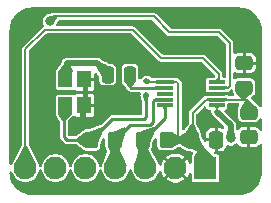
<source format=gbr>
%TF.GenerationSoftware,KiCad,Pcbnew,9.0.3*%
%TF.CreationDate,2025-07-23T07:55:48+05:30*%
%TF.ProjectId,Adafruit Si5351A,41646166-7275-4697-9420-536935333531,rev?*%
%TF.SameCoordinates,Original*%
%TF.FileFunction,Copper,L1,Top*%
%TF.FilePolarity,Positive*%
%FSLAX46Y46*%
G04 Gerber Fmt 4.6, Leading zero omitted, Abs format (unit mm)*
G04 Created by KiCad (PCBNEW 9.0.3) date 2025-07-23 07:55:48*
%MOMM*%
%LPD*%
G01*
G04 APERTURE LIST*
G04 Aperture macros list*
%AMRoundRect*
0 Rectangle with rounded corners*
0 $1 Rounding radius*
0 $2 $3 $4 $5 $6 $7 $8 $9 X,Y pos of 4 corners*
0 Add a 4 corners polygon primitive as box body*
4,1,4,$2,$3,$4,$5,$6,$7,$8,$9,$2,$3,0*
0 Add four circle primitives for the rounded corners*
1,1,$1+$1,$2,$3*
1,1,$1+$1,$4,$5*
1,1,$1+$1,$6,$7*
1,1,$1+$1,$8,$9*
0 Add four rect primitives between the rounded corners*
20,1,$1+$1,$2,$3,$4,$5,0*
20,1,$1+$1,$4,$5,$6,$7,0*
20,1,$1+$1,$6,$7,$8,$9,0*
20,1,$1+$1,$8,$9,$2,$3,0*%
G04 Aperture macros list end*
%TA.AperFunction,SMDPad,CuDef*%
%ADD10RoundRect,0.250000X-0.475000X0.337500X-0.475000X-0.337500X0.475000X-0.337500X0.475000X0.337500X0*%
%TD*%
%TA.AperFunction,SMDPad,CuDef*%
%ADD11RoundRect,0.250000X-0.350000X-0.450000X0.350000X-0.450000X0.350000X0.450000X-0.350000X0.450000X0*%
%TD*%
%TA.AperFunction,SMDPad,CuDef*%
%ADD12RoundRect,0.250000X0.350000X0.450000X-0.350000X0.450000X-0.350000X-0.450000X0.350000X-0.450000X0*%
%TD*%
%TA.AperFunction,ComponentPad*%
%ADD13R,1.930400X1.930400*%
%TD*%
%TA.AperFunction,ComponentPad*%
%ADD14C,1.930400*%
%TD*%
%TA.AperFunction,SMDPad,CuDef*%
%ADD15RoundRect,0.250000X-0.337500X-0.475000X0.337500X-0.475000X0.337500X0.475000X-0.337500X0.475000X0*%
%TD*%
%TA.AperFunction,SMDPad,CuDef*%
%ADD16RoundRect,0.250000X0.475000X-0.337500X0.475000X0.337500X-0.475000X0.337500X-0.475000X-0.337500X0*%
%TD*%
%TA.AperFunction,SMDPad,CuDef*%
%ADD17R,1.200000X1.400000*%
%TD*%
%TA.AperFunction,SMDPad,CuDef*%
%ADD18RoundRect,0.250000X-0.250000X-0.475000X0.250000X-0.475000X0.250000X0.475000X-0.250000X0.475000X0*%
%TD*%
%TA.AperFunction,SMDPad,CuDef*%
%ADD19R,1.400000X0.300000*%
%TD*%
%TA.AperFunction,ViaPad*%
%ADD20C,0.800000*%
%TD*%
%TA.AperFunction,ViaPad*%
%ADD21C,0.500000*%
%TD*%
%TA.AperFunction,Conductor*%
%ADD22C,0.254000*%
%TD*%
%TA.AperFunction,Conductor*%
%ADD23C,0.250000*%
%TD*%
%TA.AperFunction,Conductor*%
%ADD24C,0.500000*%
%TD*%
%TA.AperFunction,Conductor*%
%ADD25C,0.200000*%
%TD*%
G04 APERTURE END LIST*
D10*
%TO.P,C3,1*%
%TO.N,+3.3V*%
X20326687Y-8966716D03*
%TO.P,C3,2*%
%TO.N,GND*%
X20326687Y-11041716D03*
%TD*%
D11*
%TO.P,R4,1*%
%TO.N,/SDA_3V*%
X11351687Y-11254216D03*
%TO.P,R4,2*%
%TO.N,+3.3V*%
X13351687Y-11254216D03*
%TD*%
D12*
%TO.P,R3,1*%
%TO.N,/SCL_3V*%
X8957687Y-11275216D03*
%TO.P,R3,2*%
%TO.N,+3.3V*%
X6957687Y-11275216D03*
%TD*%
D13*
%TO.P,JP1,1,1*%
%TO.N,+3.3V*%
X16647787Y-13662816D03*
D14*
%TO.P,JP1,2,2*%
%TO.N,GND*%
X14107787Y-13662816D03*
%TO.P,JP1,3,3*%
%TO.N,/SDA_3V*%
X11567787Y-13662816D03*
%TO.P,JP1,4,4*%
%TO.N,/SCL_3V*%
X9027787Y-13662816D03*
%TO.P,JP1,5,5*%
%TO.N,CLK2*%
X6487787Y-13662816D03*
%TO.P,JP1,6,6*%
%TO.N,CLK1*%
X3947787Y-13662816D03*
%TO.P,JP1,7,7*%
%TO.N,CLK0*%
X1407787Y-13662816D03*
%TD*%
D15*
%TO.P,C1,1*%
%TO.N,+3.3V*%
X15469187Y-11254216D03*
%TO.P,C1,2*%
%TO.N,GND*%
X17544187Y-11254216D03*
%TD*%
D16*
%TO.P,C4,1*%
%TO.N,+3.3V*%
X19926687Y-6841716D03*
%TO.P,C4,2*%
%TO.N,GND*%
X19926687Y-4766716D03*
%TD*%
D17*
%TO.P,Y1,1,OE*%
%TO.N,GND*%
X6396687Y-8341716D03*
%TO.P,Y1,2,GND*%
X6396687Y-6141716D03*
%TO.P,Y1,3,OUT*%
%TO.N,Net-(Y1-OUT)*%
X4796687Y-6141716D03*
%TO.P,Y1,4,VDD*%
%TO.N,+3.3V*%
X4796687Y-8341716D03*
%TD*%
D18*
%TO.P,C2,1*%
%TO.N,Net-(Y1-OUT)*%
X8356687Y-5734216D03*
%TO.P,C2,2*%
%TO.N,Net-(U1-XA)*%
X10256687Y-5734216D03*
%TD*%
D19*
%TO.P,U1,1,VDD*%
%TO.N,+3.3V*%
X13206687Y-6354216D03*
%TO.P,U1,2,XA*%
%TO.N,Net-(U1-XA)*%
X13206687Y-6854216D03*
%TO.P,U1,3,XB*%
%TO.N,unconnected-(U1-XB-Pad3)*%
X13206687Y-7354216D03*
%TO.P,U1,4,SCL*%
%TO.N,/SCL_3V*%
X13206687Y-7854216D03*
%TO.P,U1,5,SDA*%
%TO.N,/SDA_3V*%
X13206687Y-8354216D03*
%TO.P,U1,6,CLK2*%
%TO.N,CLK2*%
X17606687Y-8354216D03*
%TO.P,U1,7,VDDO*%
%TO.N,+3.3V*%
X17606687Y-7854216D03*
%TO.P,U1,8,GND*%
%TO.N,GND*%
X17606687Y-7354216D03*
%TO.P,U1,9,CLK1*%
%TO.N,CLK1*%
X17606687Y-6854216D03*
%TO.P,U1,10,CLK0*%
%TO.N,CLK0*%
X17606687Y-6354216D03*
%TD*%
D20*
%TO.N,GND*%
X4226687Y-15500000D03*
D21*
X6300000Y-1367743D03*
D20*
X600000Y-10586943D03*
X5526687Y-9804216D03*
X9100000Y-3667743D03*
X7800000Y-7267743D03*
X11000000Y-4067743D03*
X12600000Y-5167743D03*
X20800000Y-14667743D03*
X2586687Y-4424216D03*
D21*
X18146687Y-1474216D03*
X15826687Y-1114216D03*
X2385687Y-14831216D03*
X9900000Y-1367743D03*
X14666687Y-1114216D03*
X7719687Y-14831216D03*
D20*
X19900000Y-13767743D03*
X600000Y-4176943D03*
D21*
X16000000Y-3000000D03*
X16996687Y-414216D03*
D20*
X6400000Y-3667743D03*
X4600000Y-3667743D03*
D21*
X15526687Y-8104216D03*
X16355687Y-7211216D03*
X14988473Y-8956778D03*
X16228687Y-9929016D03*
X10640687Y-14831216D03*
D20*
X2614287Y-6550816D03*
X2563487Y-10945016D03*
X8200000Y-3667743D03*
D21*
X5700000Y-1367743D03*
D20*
X8200000Y-2767743D03*
X600000Y-6314943D03*
X2563487Y-5454216D03*
D21*
X12799687Y-12545216D03*
D20*
X2563487Y-7592216D03*
X4526687Y-12104216D03*
D21*
X14200000Y-3000000D03*
D20*
X19900000Y-14667743D03*
D21*
X6900000Y-1367743D03*
X13896687Y-5214216D03*
X15256687Y-1104216D03*
X8100000Y-1367743D03*
X14966687Y-9574216D03*
D20*
X625400Y-7432543D03*
X5526687Y-12104216D03*
D21*
X15046687Y-7084216D03*
D20*
X5500000Y-3667743D03*
X9100000Y-2767743D03*
D21*
X18057487Y-14784216D03*
X14556687Y-5204216D03*
X7500000Y-1367743D03*
X13306687Y-5214216D03*
X15696687Y-444216D03*
X17200000Y-3300000D03*
X8700000Y-1367743D03*
X15400000Y-3000000D03*
D20*
X3326687Y-15500000D03*
X20800000Y-12867743D03*
D21*
X15720687Y-7084216D03*
X15046687Y-7684216D03*
D20*
X9600000Y-7267743D03*
X600000Y-11767743D03*
D21*
X9300000Y-1367743D03*
X17752687Y-480216D03*
D20*
X6400000Y-2767743D03*
X19900000Y-12867743D03*
X10000000Y-3667743D03*
X4600000Y-2767743D03*
X600000Y-8486943D03*
D21*
X17616687Y-1124216D03*
X14800000Y-3000000D03*
D20*
X10000000Y-2767743D03*
D21*
X4500000Y-1367743D03*
X12996687Y-2754216D03*
D20*
X10600000Y-8167743D03*
D21*
X14500000Y-467743D03*
X5100000Y-1367743D03*
D20*
X650800Y-5273543D03*
X6726687Y-9804216D03*
D21*
X17625687Y-3782216D03*
D20*
X20900000Y-3167743D03*
D21*
X16346687Y-6594216D03*
D20*
X7300000Y-2767743D03*
D21*
X16228687Y-9370216D03*
X10500000Y-1367743D03*
D20*
X2563487Y-12062616D03*
D21*
X18100000Y-5100000D03*
X16026687Y-7704216D03*
X15736687Y-6494216D03*
D20*
X20000000Y-3167743D03*
D21*
X7719687Y-12545216D03*
X13600000Y-3000000D03*
X15212687Y-14831216D03*
D20*
X9600000Y-8167743D03*
X11800000Y-4767743D03*
X5500000Y-2767743D03*
D21*
X3020687Y-14831216D03*
D20*
X8700000Y-7267743D03*
X600000Y-9667743D03*
X7300000Y-3667743D03*
D21*
X18296687Y-904216D03*
X18000000Y-4400000D03*
X12400000Y-2200000D03*
D20*
X8700000Y-8167743D03*
D21*
X11800000Y-1767743D03*
X5200000Y-14700000D03*
X16600000Y-3000000D03*
X16136687Y-5224216D03*
X16966687Y-1124216D03*
X15046687Y-6504216D03*
X14986687Y-8344216D03*
X11200000Y-1467743D03*
D20*
X623200Y-3146943D03*
X5126687Y-15500000D03*
X2326687Y-15500000D03*
D21*
X10005687Y-14831216D03*
D20*
X2563487Y-9764216D03*
X20800000Y-13767743D03*
D21*
X12799687Y-14704216D03*
X16787487Y-9395616D03*
X16246687Y-454216D03*
X15106687Y-444216D03*
X15346687Y-5214216D03*
X15212687Y-12494416D03*
X16787487Y-10005216D03*
X16416687Y-1114216D03*
D20*
X2588887Y-8709816D03*
%TO.N,CLK1*%
X3476687Y-1200000D03*
%TO.N,CLK2*%
X18776687Y-11144216D03*
D21*
%TO.N,+3.3V*%
X11596687Y-6279716D03*
X11596687Y-7494216D03*
%TD*%
D22*
%TO.N,Net-(U1-XA)*%
X10256687Y-6754216D02*
X10359187Y-6856716D01*
X10256687Y-5734216D02*
X10256687Y-6754216D01*
X10359187Y-6856716D02*
X13204187Y-6856716D01*
D23*
X13206687Y-6854216D02*
X10587187Y-6854216D01*
D24*
%TO.N,GND*%
X6316687Y-9804216D02*
X6296687Y-9784216D01*
X6296687Y-9784216D02*
X6296687Y-8751716D01*
D23*
X6546687Y-6091716D02*
X6546687Y-8501716D01*
X16376687Y-7354216D02*
X16026687Y-7704216D01*
D24*
X6316687Y-9804216D02*
X5526687Y-9804216D01*
D23*
X17606687Y-7354216D02*
X16376687Y-7354216D01*
X17606687Y-7354216D02*
X16498687Y-7354216D01*
D24*
X6726687Y-9804216D02*
X6316687Y-9804216D01*
D23*
X16498687Y-7354216D02*
X16355687Y-7211216D01*
%TO.N,/SDA_3V*%
X11351687Y-11254216D02*
X13206687Y-9399216D01*
D24*
X11351687Y-11254216D02*
X11351687Y-13446716D01*
D23*
X13206687Y-8354216D02*
X13206687Y-9399216D01*
%TO.N,/SCL_3V*%
X13206687Y-7854216D02*
X12266687Y-7854216D01*
X10238687Y-9994216D02*
X11921687Y-9994216D01*
X12266687Y-7854216D02*
X12181687Y-7939216D01*
X12181687Y-9734216D02*
X11921687Y-9994216D01*
X12181687Y-7939216D02*
X12181687Y-9734216D01*
X10238687Y-9994216D02*
X8957687Y-11275216D01*
D24*
X9027787Y-13662816D02*
X9027787Y-11364116D01*
D25*
%TO.N,CLK0*%
X1407787Y-3600000D02*
X1407787Y-13662816D01*
X16446687Y-4354216D02*
X12906687Y-4354216D01*
X3053571Y-1954216D02*
X1407787Y-3600000D01*
X10506687Y-1954216D02*
X3053571Y-1954216D01*
X17756687Y-6296215D02*
X17756687Y-5664216D01*
X17756687Y-5664216D02*
X16446687Y-4354216D01*
X12906687Y-4354216D02*
X10506687Y-1954216D01*
%TO.N,CLK1*%
X12249000Y-816743D02*
X3859944Y-816743D01*
X13600000Y-2167743D02*
X12249000Y-816743D01*
X18526687Y-6846216D02*
X18707688Y-6665215D01*
X18707688Y-3075431D02*
X17800000Y-2167743D01*
X17800000Y-2167743D02*
X13600000Y-2167743D01*
X17746687Y-6846216D02*
X18526687Y-6846216D01*
X18707688Y-6665215D02*
X18707688Y-3075431D01*
X3859944Y-816743D02*
X3476687Y-1200000D01*
%TO.N,CLK2*%
X17606687Y-9054216D02*
X17606687Y-8867743D01*
D24*
X18776687Y-10037743D02*
X17606687Y-8867743D01*
X18776687Y-11144216D02*
X18776687Y-10037743D01*
X18776687Y-11144216D02*
X18776687Y-10224216D01*
D25*
X17606687Y-8867743D02*
X17606687Y-8354216D01*
X18776687Y-10224216D02*
X17606687Y-9054216D01*
%TO.N,+3.3V*%
X11671187Y-6354216D02*
X11596687Y-6279716D01*
D24*
X16647787Y-12432816D02*
X15469187Y-11254216D01*
D25*
X17606687Y-7854216D02*
X16656687Y-7854216D01*
D23*
X4925687Y-11275216D02*
X6957687Y-11275216D01*
D25*
X13206687Y-6354216D02*
X14210903Y-6354216D01*
D23*
X11596687Y-9294216D02*
X11596687Y-7494216D01*
X8748688Y-9484216D02*
X11406687Y-9484216D01*
D25*
X20326687Y-8966716D02*
X20326687Y-8004216D01*
D23*
X6957687Y-11275216D02*
X8748688Y-9484216D01*
D25*
X18797178Y-7858643D02*
X19826687Y-7858643D01*
D23*
X4646687Y-10996216D02*
X4925687Y-11275216D01*
D25*
X20326687Y-8004216D02*
X20181114Y-7858643D01*
D24*
X15359437Y-11275216D02*
X13541937Y-11275216D01*
D25*
X13206687Y-6354216D02*
X11671187Y-6354216D01*
D23*
X11406687Y-9484216D02*
X11596687Y-9294216D01*
D24*
X16647787Y-13662816D02*
X16647787Y-12432816D01*
D23*
X4646687Y-8391716D02*
X4646687Y-10996216D01*
D25*
X18797178Y-7858643D02*
X20181114Y-7858643D01*
X14356687Y-6500000D02*
X14356687Y-11154216D01*
X18792751Y-7854216D02*
X18797178Y-7858643D01*
X19826687Y-7858643D02*
X19926687Y-7758643D01*
D23*
X19926687Y-6841716D02*
X19926687Y-7758643D01*
D25*
X16656687Y-7854216D02*
X15554187Y-8956716D01*
X14210903Y-6354216D02*
X14356687Y-6500000D01*
X15554187Y-8956716D02*
X15554187Y-11254216D01*
X17606687Y-7854216D02*
X18792751Y-7854216D01*
D24*
%TO.N,Net-(Y1-OUT)*%
X4936687Y-4754216D02*
X7474605Y-4754216D01*
X4896687Y-4794216D02*
X4936687Y-4754216D01*
X4896687Y-5731716D02*
X4896687Y-4794216D01*
X8356687Y-5636298D02*
X7474605Y-4754216D01*
%TD*%
%TA.AperFunction,Conductor*%
%TO.N,+3.3V*%
G36*
X4803669Y-8350551D02*
G01*
X4805438Y-8352442D01*
X5314055Y-9033966D01*
X5316256Y-9042645D01*
X5313316Y-9048855D01*
X4775166Y-9637908D01*
X4767056Y-9641704D01*
X4766528Y-9641716D01*
X4528656Y-9641716D01*
X4520383Y-9638289D01*
X4518368Y-9635589D01*
X4200517Y-9048787D01*
X4199590Y-9039880D01*
X4201914Y-9035608D01*
X4787173Y-8351831D01*
X4795155Y-8347775D01*
X4803669Y-8350551D01*
G37*
%TD.AperFunction*%
%TD*%
%TA.AperFunction,Conductor*%
%TO.N,Net-(Y1-OUT)*%
G36*
X7709964Y-4632641D02*
G01*
X8295622Y-4962277D01*
X8372850Y-5005745D01*
X8378379Y-5012789D01*
X8378806Y-5016289D01*
X8357626Y-5727110D01*
X8353954Y-5735278D01*
X8350086Y-5737699D01*
X7866278Y-5921513D01*
X7857328Y-5921248D01*
X7851822Y-5916124D01*
X7367228Y-5016289D01*
X7352804Y-4989505D01*
X7351899Y-4980599D01*
X7354831Y-4975689D01*
X7695956Y-4634564D01*
X7704228Y-4631138D01*
X7709964Y-4632641D01*
G37*
%TD.AperFunction*%
%TD*%
%TA.AperFunction,Conductor*%
%TO.N,CLK1*%
G36*
X4105709Y-720778D02*
G01*
X4110157Y-728550D01*
X4110251Y-730033D01*
X4110251Y-913523D01*
X4108604Y-919509D01*
X3815571Y-1411653D01*
X3808394Y-1417008D01*
X3799532Y-1415720D01*
X3799031Y-1415404D01*
X3793400Y-1411653D01*
X3650079Y-1316176D01*
X3479742Y-1202701D01*
X3474757Y-1195262D01*
X3474748Y-1195218D01*
X3401061Y-819960D01*
X3402830Y-811182D01*
X3410288Y-806225D01*
X3411051Y-806101D01*
X4097069Y-718427D01*
X4105709Y-720778D01*
G37*
%TD.AperFunction*%
%TD*%
%TA.AperFunction,Conductor*%
%TO.N,CLK2*%
G36*
X19025362Y-10355329D02*
G01*
X19028563Y-10361316D01*
X19166719Y-11054729D01*
X19164975Y-11063512D01*
X19157556Y-11068485D01*
X18778998Y-11144750D01*
X18774376Y-11144750D01*
X18395817Y-11068485D01*
X18388384Y-11063491D01*
X18386654Y-11054730D01*
X18524811Y-10361315D01*
X18529788Y-10353872D01*
X18536285Y-10351902D01*
X19017089Y-10351902D01*
X19025362Y-10355329D01*
G37*
%TD.AperFunction*%
%TD*%
%TA.AperFunction,Conductor*%
%TO.N,/SCL_3V*%
G36*
X9862348Y-10198670D02*
G01*
X9865648Y-10200988D01*
X10031630Y-10366970D01*
X10035057Y-10375243D01*
X10034158Y-10379741D01*
X9562170Y-11512978D01*
X9555825Y-11519298D01*
X9546907Y-11519296D01*
X8962690Y-11278278D01*
X8956349Y-11271955D01*
X8955705Y-11269882D01*
X8811260Y-10585176D01*
X8812905Y-10576376D01*
X8818732Y-10571760D01*
X9853403Y-10198256D01*
X9862348Y-10198670D01*
G37*
%TD.AperFunction*%
%TD*%
%TA.AperFunction,Conductor*%
%TO.N,GND*%
G36*
X16809447Y-7229216D02*
G01*
X16809447Y-7479216D01*
X16306914Y-7456412D01*
X16354687Y-7211216D01*
X16494580Y-7003349D01*
X16809447Y-7229216D01*
G37*
%TD.AperFunction*%
%TD*%
%TA.AperFunction,Conductor*%
%TO.N,GND*%
G36*
X6319001Y-9554216D02*
G01*
X6319001Y-10054216D01*
X5604723Y-10196530D01*
X5525687Y-9804216D01*
X5604723Y-9411902D01*
X6319001Y-9554216D01*
G37*
%TD.AperFunction*%
%TD*%
%TA.AperFunction,Conductor*%
%TO.N,CLK0*%
G36*
X17852688Y-6057643D02*
G01*
X17856115Y-6065916D01*
X17856102Y-6066474D01*
X17849822Y-6198081D01*
X17846004Y-6206181D01*
X17844313Y-6207459D01*
X17616696Y-6348992D01*
X17607861Y-6350450D01*
X17600582Y-6345234D01*
X17519021Y-6211866D01*
X17517629Y-6203022D01*
X17520514Y-6197712D01*
X17653227Y-6057861D01*
X17661408Y-6054220D01*
X17661714Y-6054216D01*
X17844415Y-6054216D01*
X17852688Y-6057643D01*
G37*
%TD.AperFunction*%
%TD*%
%TA.AperFunction,Conductor*%
%TO.N,+3.3V*%
G36*
X18309710Y-7705223D02*
G01*
X18448687Y-7751549D01*
X18455452Y-7757417D01*
X18456687Y-7762649D01*
X18456687Y-7945782D01*
X18453260Y-7954055D01*
X18448687Y-7956882D01*
X18309713Y-8003207D01*
X18303565Y-8003548D01*
X17659153Y-7865656D01*
X17651781Y-7860575D01*
X17650161Y-7851768D01*
X17655243Y-7844395D01*
X17659153Y-7842775D01*
X18303568Y-7704883D01*
X18309710Y-7705223D01*
G37*
%TD.AperFunction*%
%TD*%
%TA.AperFunction,Conductor*%
%TO.N,Net-(U1-XA)*%
G36*
X12508859Y-6704680D02*
G01*
X13077142Y-6826281D01*
X13154219Y-6842775D01*
X13161592Y-6847857D01*
X13163212Y-6856664D01*
X13158130Y-6864037D01*
X13154219Y-6865657D01*
X12508863Y-7003750D01*
X12504492Y-7003850D01*
X12366464Y-6980845D01*
X12358866Y-6976104D01*
X12356687Y-6969304D01*
X12356687Y-6739127D01*
X12360114Y-6730854D01*
X12366462Y-6727586D01*
X12504496Y-6704581D01*
X12508859Y-6704680D01*
G37*
%TD.AperFunction*%
%TD*%
%TA.AperFunction,Conductor*%
%TO.N,+3.3V*%
G36*
X19934846Y-6849064D02*
G01*
X20452698Y-7408808D01*
X20455801Y-7417208D01*
X20452056Y-7425342D01*
X20451978Y-7425413D01*
X19905652Y-7921852D01*
X19897225Y-7924880D01*
X19889511Y-7921466D01*
X19755984Y-7787938D01*
X19295501Y-7372130D01*
X19291657Y-7364042D01*
X19294658Y-7355605D01*
X19295949Y-7354379D01*
X19918879Y-6847931D01*
X19927458Y-6845372D01*
X19934846Y-6849064D01*
G37*
%TD.AperFunction*%
%TD*%
%TA.AperFunction,Conductor*%
%TO.N,GND*%
G36*
X6727687Y-9804216D02*
G01*
X6648651Y-10196530D01*
X5934373Y-10054216D01*
X5934373Y-9554216D01*
X6648651Y-9411902D01*
X6727687Y-9804216D01*
G37*
%TD.AperFunction*%
%TD*%
%TA.AperFunction,Conductor*%
%TO.N,+3.3V*%
G36*
X14911595Y-10683163D02*
G01*
X15242890Y-11021848D01*
X15462411Y-11246267D01*
X15465746Y-11254577D01*
X15462644Y-11262385D01*
X14924682Y-11845074D01*
X14916552Y-11848828D01*
X14910664Y-11847506D01*
X14300466Y-11528498D01*
X14294722Y-11521628D01*
X14294187Y-11518129D01*
X14294187Y-11032011D01*
X14297614Y-11023738D01*
X14300085Y-11021851D01*
X14897440Y-10681182D01*
X14906322Y-10680061D01*
X14911595Y-10683163D01*
G37*
%TD.AperFunction*%
%TD*%
%TA.AperFunction,Conductor*%
%TO.N,+3.3V*%
G36*
X13910732Y-10668226D02*
G01*
X14545680Y-11021870D01*
X14551240Y-11028890D01*
X14551687Y-11032092D01*
X14551687Y-11518059D01*
X14548260Y-11526332D01*
X14545316Y-11528475D01*
X13898071Y-11859604D01*
X13889145Y-11860321D01*
X13883980Y-11856941D01*
X13357739Y-11262186D01*
X13354823Y-11253719D01*
X13357954Y-11246443D01*
X13896498Y-10670456D01*
X13904649Y-10666756D01*
X13910732Y-10668226D01*
G37*
%TD.AperFunction*%
%TD*%
%TA.AperFunction,Conductor*%
%TO.N,+3.3V*%
G36*
X6420062Y-10682961D02*
G01*
X6951527Y-11267344D01*
X6954558Y-11275770D01*
X6951527Y-11283088D01*
X6420062Y-11867470D01*
X6411960Y-11871285D01*
X6404540Y-11869071D01*
X5762521Y-11403719D01*
X5757833Y-11396089D01*
X5757687Y-11394246D01*
X5757687Y-11156185D01*
X5761114Y-11147912D01*
X5762521Y-11146712D01*
X6404542Y-10681359D01*
X6413249Y-10679279D01*
X6420062Y-10682961D01*
G37*
%TD.AperFunction*%
%TD*%
%TA.AperFunction,Conductor*%
%TO.N,+3.3V*%
G36*
X20260042Y-7796261D02*
G01*
X20260095Y-7796314D01*
X20835778Y-8379724D01*
X20839150Y-8388019D01*
X20836190Y-8395719D01*
X20334726Y-8959184D01*
X20326666Y-8963086D01*
X20318737Y-8960590D01*
X19684337Y-8459879D01*
X19679966Y-8452064D01*
X19682402Y-8443446D01*
X19682594Y-8443209D01*
X19722132Y-8395719D01*
X20110076Y-7929747D01*
X20110773Y-7928984D01*
X20243497Y-7796260D01*
X20251769Y-7792834D01*
X20260042Y-7796261D01*
G37*
%TD.AperFunction*%
%TD*%
%TA.AperFunction,Conductor*%
%TO.N,+3.3V*%
G36*
X11829675Y-7540510D02*
G01*
X11837100Y-7545514D01*
X11838812Y-7554304D01*
X11838644Y-7555018D01*
X11724018Y-7980754D01*
X11718558Y-7987852D01*
X11712720Y-7989412D01*
X11480654Y-7989412D01*
X11472381Y-7985985D01*
X11469356Y-7980754D01*
X11455236Y-7928313D01*
X11354729Y-7555016D01*
X11355887Y-7546138D01*
X11362985Y-7540678D01*
X11363672Y-7540516D01*
X11594362Y-7493688D01*
X11599012Y-7493688D01*
X11829675Y-7540510D01*
G37*
%TD.AperFunction*%
%TD*%
%TA.AperFunction,Conductor*%
%TO.N,/SCL_3V*%
G36*
X12508859Y-7704680D02*
G01*
X13077142Y-7826281D01*
X13154219Y-7842775D01*
X13161592Y-7847857D01*
X13163212Y-7856664D01*
X13158130Y-7864037D01*
X13154219Y-7865657D01*
X12508863Y-8003750D01*
X12504492Y-8003850D01*
X12366464Y-7980845D01*
X12358866Y-7976104D01*
X12356687Y-7969304D01*
X12356687Y-7739127D01*
X12360114Y-7730854D01*
X12366462Y-7727586D01*
X12504496Y-7704581D01*
X12508859Y-7704680D01*
G37*
%TD.AperFunction*%
%TD*%
%TA.AperFunction,Conductor*%
%TO.N,+3.3V*%
G36*
X13909710Y-6205223D02*
G01*
X14048687Y-6251549D01*
X14055452Y-6257417D01*
X14056687Y-6262649D01*
X14056687Y-6445782D01*
X14053260Y-6454055D01*
X14048687Y-6456882D01*
X13909713Y-6503207D01*
X13903565Y-6503548D01*
X13259153Y-6365656D01*
X13251781Y-6360575D01*
X13250161Y-6351768D01*
X13255243Y-6344395D01*
X13259153Y-6342775D01*
X13903568Y-6204883D01*
X13909710Y-6205223D01*
G37*
%TD.AperFunction*%
%TD*%
%TA.AperFunction,Conductor*%
%TO.N,CLK1*%
G36*
X18309465Y-6704993D02*
G01*
X18448142Y-6743823D01*
X18455184Y-6749354D01*
X18456687Y-6755090D01*
X18456687Y-6937857D01*
X18453260Y-6946130D01*
X18448781Y-6948925D01*
X18309703Y-6996598D01*
X18303564Y-6996993D01*
X17660459Y-6865421D01*
X17653040Y-6860405D01*
X17651341Y-6851613D01*
X17656357Y-6844194D01*
X17660351Y-6842518D01*
X18303864Y-6704820D01*
X18309465Y-6704993D01*
G37*
%TD.AperFunction*%
%TD*%
%TA.AperFunction,Conductor*%
%TO.N,/SDA_3V*%
G36*
X13214933Y-8361517D02*
G01*
X13352461Y-8499962D01*
X13355860Y-8508246D01*
X13355701Y-8510130D01*
X13333317Y-8644439D01*
X13328577Y-8652037D01*
X13321776Y-8654216D01*
X13091598Y-8654216D01*
X13083325Y-8650789D01*
X13080057Y-8644439D01*
X13057672Y-8510128D01*
X13059692Y-8501407D01*
X13060901Y-8499973D01*
X13198386Y-8361571D01*
X13206648Y-8358118D01*
X13214933Y-8361517D01*
G37*
%TD.AperFunction*%
%TD*%
%TA.AperFunction,Conductor*%
%TO.N,+3.3V*%
G36*
X11744876Y-6076753D02*
G01*
X12074988Y-6250924D01*
X12080705Y-6257814D01*
X12081227Y-6261271D01*
X12081227Y-6444261D01*
X12077800Y-6452534D01*
X12071401Y-6455810D01*
X11656562Y-6523110D01*
X11647846Y-6521052D01*
X11643222Y-6513889D01*
X11596661Y-6284514D01*
X11598372Y-6275725D01*
X11729711Y-6080569D01*
X11737173Y-6075619D01*
X11744876Y-6076753D01*
G37*
%TD.AperFunction*%
%TD*%
%TA.AperFunction,Conductor*%
%TO.N,+3.3V*%
G36*
X15655338Y-9945143D02*
G01*
X15657458Y-9948043D01*
X16033740Y-10675969D01*
X16034495Y-10684892D01*
X16031643Y-10689592D01*
X15478499Y-11245850D01*
X15470236Y-11249300D01*
X15461953Y-11245896D01*
X15461013Y-11244841D01*
X14960496Y-10609530D01*
X14958069Y-10600911D01*
X14960350Y-10595238D01*
X15450676Y-9946361D01*
X15458398Y-9941828D01*
X15460011Y-9941716D01*
X15647065Y-9941716D01*
X15655338Y-9945143D01*
G37*
%TD.AperFunction*%
%TD*%
%TA.AperFunction,Conductor*%
%TO.N,+3.3V*%
G36*
X16055938Y-11014881D02*
G01*
X16061715Y-11020079D01*
X16304868Y-11465584D01*
X16626028Y-12054013D01*
X16626983Y-12062915D01*
X16624031Y-12067890D01*
X16282518Y-12409403D01*
X16274245Y-12412830D01*
X16269205Y-12411688D01*
X16018642Y-12292066D01*
X15371110Y-11982926D01*
X15365121Y-11976270D01*
X15364572Y-11970690D01*
X15467524Y-11260105D01*
X15472102Y-11252409D01*
X15474637Y-11250968D01*
X16046985Y-11014868D01*
X16055938Y-11014881D01*
G37*
%TD.AperFunction*%
%TD*%
%TA.AperFunction,Conductor*%
%TO.N,Net-(U1-XA)*%
G36*
X10263571Y-5743282D02*
G01*
X10266119Y-5745537D01*
X10732164Y-6298372D01*
X10734877Y-6306906D01*
X10733142Y-6312112D01*
X10449694Y-6765781D01*
X10448044Y-6767855D01*
X10278717Y-6937182D01*
X10270444Y-6940609D01*
X10262171Y-6937182D01*
X10261242Y-6936134D01*
X9835081Y-6392589D01*
X9832674Y-6383965D01*
X9834493Y-6378974D01*
X9878154Y-6312112D01*
X10247379Y-5746680D01*
X10254770Y-5741628D01*
X10263571Y-5743282D01*
G37*
%TD.AperFunction*%
%TD*%
%TA.AperFunction,Conductor*%
%TO.N,/SDA_3V*%
G36*
X12256348Y-10177670D02*
G01*
X12259648Y-10179988D01*
X12425630Y-10345970D01*
X12429057Y-10354243D01*
X12428158Y-10358741D01*
X11956170Y-11491978D01*
X11949825Y-11498298D01*
X11940907Y-11498296D01*
X11356690Y-11257278D01*
X11350349Y-11250955D01*
X11349705Y-11248882D01*
X11205260Y-10564176D01*
X11206905Y-10555376D01*
X11212732Y-10550760D01*
X12247403Y-10177256D01*
X12256348Y-10177670D01*
G37*
%TD.AperFunction*%
%TD*%
%TA.AperFunction,Conductor*%
%TO.N,CLK2*%
G36*
X17614933Y-8361517D02*
G01*
X17614988Y-8361572D01*
X17751609Y-8499104D01*
X17755008Y-8507389D01*
X17754408Y-8511050D01*
X17709354Y-8646216D01*
X17703486Y-8652981D01*
X17698254Y-8654216D01*
X17515120Y-8654216D01*
X17506847Y-8650789D01*
X17504020Y-8646216D01*
X17458965Y-8511050D01*
X17459600Y-8502118D01*
X17461761Y-8499108D01*
X17598386Y-8361571D01*
X17606648Y-8358118D01*
X17614933Y-8361517D01*
G37*
%TD.AperFunction*%
%TD*%
%TA.AperFunction,Conductor*%
%TO.N,GND*%
G36*
X16809447Y-7229216D02*
G01*
X16809447Y-7479216D01*
X16306914Y-7456412D01*
X16354687Y-7211216D01*
X16494580Y-7003349D01*
X16809447Y-7229216D01*
G37*
%TD.AperFunction*%
%TD*%
%TA.AperFunction,Conductor*%
%TO.N,+3.3V*%
G36*
X7862348Y-10198670D02*
G01*
X7865648Y-10200988D01*
X8031630Y-10366970D01*
X8035057Y-10375243D01*
X8034158Y-10379741D01*
X7562170Y-11512978D01*
X7555825Y-11519298D01*
X7546907Y-11519296D01*
X6962690Y-11278278D01*
X6956349Y-11271955D01*
X6955705Y-11269882D01*
X6811260Y-10585176D01*
X6812905Y-10576376D01*
X6818732Y-10571760D01*
X7853403Y-10198256D01*
X7862348Y-10198670D01*
G37*
%TD.AperFunction*%
%TD*%
%TA.AperFunction,Conductor*%
%TO.N,GND*%
G36*
X16356394Y-7210509D02*
G01*
X16494580Y-7419083D01*
X16195599Y-7712081D01*
X16018822Y-7535304D01*
X16110491Y-7162443D01*
X16356394Y-7210509D01*
G37*
%TD.AperFunction*%
%TD*%
%TA.AperFunction,Conductor*%
%TO.N,Net-(U1-XA)*%
G36*
X12508785Y-6706717D02*
G01*
X13153817Y-6842847D01*
X13161204Y-6847909D01*
X13162849Y-6856711D01*
X13157787Y-6864098D01*
X13153849Y-6865736D01*
X12508689Y-7003787D01*
X12504657Y-7003938D01*
X12366803Y-6985098D01*
X12359070Y-6980583D01*
X12356687Y-6973506D01*
X12356687Y-6739729D01*
X12360114Y-6731456D01*
X12366578Y-6728170D01*
X12504568Y-6706606D01*
X12508785Y-6706717D01*
G37*
%TD.AperFunction*%
%TD*%
%TA.AperFunction,Conductor*%
%TO.N,+3.3V*%
G36*
X17494997Y-7830102D02*
G01*
X17554219Y-7842775D01*
X17561592Y-7847857D01*
X17563212Y-7856664D01*
X17558130Y-7864037D01*
X17554219Y-7865657D01*
X16909808Y-8003548D01*
X16903660Y-8003207D01*
X16764687Y-7956882D01*
X16757922Y-7951014D01*
X16756687Y-7945782D01*
X16756687Y-7762649D01*
X16760114Y-7754376D01*
X16764685Y-7751549D01*
X16903663Y-7705223D01*
X16909804Y-7704883D01*
X17494997Y-7830102D01*
G37*
%TD.AperFunction*%
%TD*%
%TA.AperFunction,Conductor*%
%TO.N,CLK2*%
G36*
X19025362Y-10355329D02*
G01*
X19028563Y-10361316D01*
X19166719Y-11054729D01*
X19164975Y-11063512D01*
X19157556Y-11068485D01*
X18778998Y-11144750D01*
X18774376Y-11144750D01*
X18395817Y-11068485D01*
X18388384Y-11063491D01*
X18386654Y-11054730D01*
X18524811Y-10361315D01*
X18529788Y-10353872D01*
X18536285Y-10351902D01*
X19017089Y-10351902D01*
X19025362Y-10355329D01*
G37*
%TD.AperFunction*%
%TD*%
%TA.AperFunction,Conductor*%
%TO.N,/SDA_3V*%
G36*
X11359703Y-11260759D02*
G01*
X11926642Y-11794227D01*
X11930319Y-11802392D01*
X11929338Y-11807449D01*
X11604758Y-12547217D01*
X11598296Y-12553416D01*
X11594044Y-12554216D01*
X11109330Y-12554216D01*
X11101057Y-12550789D01*
X11098616Y-12547217D01*
X10774035Y-11807449D01*
X10773849Y-11798496D01*
X10776729Y-11794229D01*
X11343670Y-11260759D01*
X11352043Y-11257586D01*
X11359703Y-11260759D01*
G37*
%TD.AperFunction*%
%TD*%
%TA.AperFunction,Conductor*%
%TO.N,GND*%
G36*
X18756861Y-8158941D02*
G01*
X18757611Y-8159142D01*
X18757613Y-8159142D01*
X18757616Y-8159143D01*
X18836740Y-8159143D01*
X19393079Y-8159143D01*
X19460118Y-8178828D01*
X19505873Y-8231632D01*
X19515817Y-8300790D01*
X19492849Y-8356776D01*
X19448895Y-8416331D01*
X19448894Y-8416333D01*
X19404040Y-8544519D01*
X19401187Y-8574946D01*
X19401187Y-9358485D01*
X19404040Y-9388915D01*
X19404040Y-9388917D01*
X19448893Y-9517096D01*
X19448894Y-9517098D01*
X19529537Y-9626366D01*
X19638805Y-9707009D01*
X19681532Y-9721960D01*
X19766986Y-9751862D01*
X19797417Y-9754716D01*
X19797421Y-9754716D01*
X20855957Y-9754716D01*
X20886386Y-9751862D01*
X20886388Y-9751862D01*
X20957649Y-9726926D01*
X21014569Y-9707009D01*
X21123837Y-9626366D01*
X21204480Y-9517098D01*
X21208460Y-9505722D01*
X21249180Y-9448950D01*
X21314133Y-9423203D01*
X21382695Y-9436659D01*
X21433097Y-9485047D01*
X21449500Y-9546681D01*
X21449500Y-10362693D01*
X21429815Y-10429732D01*
X21377011Y-10475487D01*
X21307853Y-10485431D01*
X21244297Y-10456406D01*
X21226234Y-10437005D01*
X21158874Y-10347025D01*
X21043780Y-10260865D01*
X21043773Y-10260861D01*
X20909066Y-10210619D01*
X20909059Y-10210617D01*
X20849531Y-10204216D01*
X20451687Y-10204216D01*
X20451687Y-11879216D01*
X20849515Y-11879216D01*
X20849531Y-11879215D01*
X20909059Y-11872814D01*
X20909066Y-11872812D01*
X21043773Y-11822570D01*
X21043780Y-11822566D01*
X21158873Y-11736406D01*
X21226233Y-11646427D01*
X21282167Y-11604556D01*
X21351859Y-11599572D01*
X21413182Y-11633057D01*
X21446666Y-11694381D01*
X21449500Y-11720738D01*
X21449500Y-13995933D01*
X21449235Y-14004043D01*
X21433353Y-14246357D01*
X21431235Y-14262439D01*
X21384657Y-14496598D01*
X21380459Y-14512264D01*
X21303715Y-14738345D01*
X21297508Y-14753331D01*
X21191913Y-14967457D01*
X21183803Y-14981504D01*
X21051157Y-15180022D01*
X21041283Y-15192890D01*
X20883863Y-15372394D01*
X20872394Y-15383863D01*
X20692890Y-15541283D01*
X20680022Y-15551157D01*
X20481504Y-15683803D01*
X20467457Y-15691913D01*
X20253331Y-15797508D01*
X20238345Y-15803715D01*
X20012264Y-15880459D01*
X19996598Y-15884657D01*
X19762439Y-15931235D01*
X19746357Y-15933353D01*
X19504043Y-15949235D01*
X19495933Y-15949500D01*
X2004067Y-15949500D01*
X1995957Y-15949235D01*
X1753642Y-15933353D01*
X1737562Y-15931235D01*
X1624798Y-15908804D01*
X1503401Y-15884657D01*
X1487735Y-15880459D01*
X1261654Y-15803715D01*
X1246674Y-15797510D01*
X1032541Y-15691912D01*
X1018495Y-15683803D01*
X819977Y-15551157D01*
X807109Y-15541283D01*
X627605Y-15383863D01*
X616136Y-15372394D01*
X458716Y-15192890D01*
X448842Y-15180022D01*
X316196Y-14981504D01*
X308089Y-14967463D01*
X202485Y-14753318D01*
X196287Y-14738352D01*
X119538Y-14512257D01*
X115344Y-14496607D01*
X68762Y-14262424D01*
X66647Y-14246367D01*
X54441Y-14060129D01*
X69700Y-13991947D01*
X119398Y-13942837D01*
X187758Y-13928392D01*
X253076Y-13953198D01*
X294614Y-14009380D01*
X296107Y-14013703D01*
X327490Y-14110290D01*
X410791Y-14273776D01*
X518641Y-14422219D01*
X648384Y-14551962D01*
X796827Y-14659812D01*
X960313Y-14743113D01*
X1092821Y-14786167D01*
X1134817Y-14799813D01*
X1316039Y-14828516D01*
X1316044Y-14828516D01*
X1499535Y-14828516D01*
X1680756Y-14799813D01*
X1714084Y-14788984D01*
X1855261Y-14743113D01*
X2018747Y-14659812D01*
X2167190Y-14551962D01*
X2296933Y-14422219D01*
X2404783Y-14273776D01*
X2488084Y-14110290D01*
X2544784Y-13935785D01*
X2555314Y-13869302D01*
X2585243Y-13806167D01*
X2644555Y-13769236D01*
X2714417Y-13770234D01*
X2772650Y-13808844D01*
X2800260Y-13869302D01*
X2809619Y-13928392D01*
X2810790Y-13935785D01*
X2867490Y-14110290D01*
X2950791Y-14273776D01*
X3058641Y-14422219D01*
X3188384Y-14551962D01*
X3336827Y-14659812D01*
X3500313Y-14743113D01*
X3632821Y-14786167D01*
X3674817Y-14799813D01*
X3856039Y-14828516D01*
X3856044Y-14828516D01*
X4039535Y-14828516D01*
X4220756Y-14799813D01*
X4254084Y-14788984D01*
X4395261Y-14743113D01*
X4558747Y-14659812D01*
X4707190Y-14551962D01*
X4836933Y-14422219D01*
X4944783Y-14273776D01*
X5028084Y-14110290D01*
X5084784Y-13935785D01*
X5095314Y-13869302D01*
X5125243Y-13806167D01*
X5184555Y-13769236D01*
X5254417Y-13770234D01*
X5312650Y-13808844D01*
X5340260Y-13869302D01*
X5349619Y-13928392D01*
X5350790Y-13935785D01*
X5407490Y-14110290D01*
X5490791Y-14273776D01*
X5598641Y-14422219D01*
X5728384Y-14551962D01*
X5876827Y-14659812D01*
X6040313Y-14743113D01*
X6172821Y-14786167D01*
X6214817Y-14799813D01*
X6396039Y-14828516D01*
X6396044Y-14828516D01*
X6579535Y-14828516D01*
X6760756Y-14799813D01*
X6794084Y-14788984D01*
X6935261Y-14743113D01*
X7098747Y-14659812D01*
X7247190Y-14551962D01*
X7376933Y-14422219D01*
X7484783Y-14273776D01*
X7568084Y-14110290D01*
X7624784Y-13935785D01*
X7635314Y-13869302D01*
X7665243Y-13806167D01*
X7724555Y-13769236D01*
X7794417Y-13770234D01*
X7852650Y-13808844D01*
X7880260Y-13869302D01*
X7889619Y-13928392D01*
X7890790Y-13935785D01*
X7947490Y-14110290D01*
X8030791Y-14273776D01*
X8138641Y-14422219D01*
X8268384Y-14551962D01*
X8416827Y-14659812D01*
X8580313Y-14743113D01*
X8712821Y-14786167D01*
X8754817Y-14799813D01*
X8936039Y-14828516D01*
X8936044Y-14828516D01*
X9119535Y-14828516D01*
X9300756Y-14799813D01*
X9334084Y-14788984D01*
X9475261Y-14743113D01*
X9638747Y-14659812D01*
X9787190Y-14551962D01*
X9916933Y-14422219D01*
X10024783Y-14273776D01*
X10108084Y-14110290D01*
X10164784Y-13935785D01*
X10175314Y-13869302D01*
X10205243Y-13806167D01*
X10264555Y-13769236D01*
X10334417Y-13770234D01*
X10392650Y-13808844D01*
X10420260Y-13869302D01*
X10429619Y-13928392D01*
X10430790Y-13935785D01*
X10487490Y-14110290D01*
X10570791Y-14273776D01*
X10678641Y-14422219D01*
X10808384Y-14551962D01*
X10956827Y-14659812D01*
X11120313Y-14743113D01*
X11252821Y-14786167D01*
X11294817Y-14799813D01*
X11476039Y-14828516D01*
X11476044Y-14828516D01*
X11659535Y-14828516D01*
X11840756Y-14799813D01*
X11874084Y-14788984D01*
X12015261Y-14743113D01*
X12178747Y-14659812D01*
X12327190Y-14551962D01*
X12456933Y-14422219D01*
X12564783Y-14273776D01*
X12648084Y-14110290D01*
X12693832Y-13969490D01*
X12733269Y-13911815D01*
X12797628Y-13884617D01*
X12866474Y-13896532D01*
X12917950Y-13943776D01*
X12929694Y-13969490D01*
X12981618Y-14129295D01*
X13068455Y-14299721D01*
X13068461Y-14299730D01*
X13163408Y-14430415D01*
X13163410Y-14430416D01*
X13677057Y-13916769D01*
X13707688Y-13969823D01*
X13800780Y-14062915D01*
X13853832Y-14093545D01*
X13340185Y-14607191D01*
X13470878Y-14702145D01*
X13470881Y-14702147D01*
X13641307Y-14788984D01*
X13823226Y-14848094D01*
X14012144Y-14878016D01*
X14203430Y-14878016D01*
X14392347Y-14848094D01*
X14574266Y-14788984D01*
X14744691Y-14702148D01*
X14875386Y-14607191D01*
X14875387Y-14607191D01*
X14361740Y-14093545D01*
X14414794Y-14062915D01*
X14507886Y-13969823D01*
X14538516Y-13916769D01*
X15052162Y-14430416D01*
X15052162Y-14430415D01*
X15147119Y-14299720D01*
X15233956Y-14129292D01*
X15240156Y-14110212D01*
X15279593Y-14052536D01*
X15343951Y-14025337D01*
X15412798Y-14037251D01*
X15464274Y-14084495D01*
X15482087Y-14148529D01*
X15482087Y-14647768D01*
X15493718Y-14706245D01*
X15493719Y-14706246D01*
X15538034Y-14772568D01*
X15604356Y-14816883D01*
X15604357Y-14816884D01*
X15662834Y-14828515D01*
X15662837Y-14828516D01*
X15662839Y-14828516D01*
X17632737Y-14828516D01*
X17632738Y-14828515D01*
X17647555Y-14825568D01*
X17691216Y-14816884D01*
X17691216Y-14816883D01*
X17691218Y-14816883D01*
X17757539Y-14772568D01*
X17801854Y-14706247D01*
X17801854Y-14706245D01*
X17801855Y-14706245D01*
X17810948Y-14660526D01*
X17813487Y-14647764D01*
X17813487Y-12677868D01*
X17813487Y-12677865D01*
X17813486Y-12677863D01*
X17801855Y-12619386D01*
X17801854Y-12619385D01*
X17757539Y-12553063D01*
X17691217Y-12508748D01*
X17691216Y-12508747D01*
X17632739Y-12497116D01*
X17632735Y-12497116D01*
X17506771Y-12497116D01*
X17480476Y-12489395D01*
X17453411Y-12485048D01*
X17443747Y-12478609D01*
X17439732Y-12477431D01*
X17424038Y-12465480D01*
X17394433Y-12438962D01*
X17357630Y-12379571D01*
X17358780Y-12309711D01*
X17389485Y-12258916D01*
X17419187Y-12229214D01*
X17419187Y-11379216D01*
X16706686Y-11379216D01*
X16684853Y-11401049D01*
X16623530Y-11434533D01*
X16553838Y-11429548D01*
X16497905Y-11387677D01*
X16488329Y-11372773D01*
X16272343Y-10977043D01*
X16268660Y-10962609D01*
X16262210Y-10952572D01*
X16257187Y-10917637D01*
X16257187Y-10731371D01*
X16706687Y-10731371D01*
X16706687Y-11129216D01*
X17419187Y-11129216D01*
X17419187Y-10279216D01*
X17158842Y-10279216D01*
X17099314Y-10285617D01*
X17099307Y-10285619D01*
X16964600Y-10335861D01*
X16964593Y-10335865D01*
X16849499Y-10422025D01*
X16849496Y-10422028D01*
X16763336Y-10537122D01*
X16763332Y-10537129D01*
X16713090Y-10671836D01*
X16713088Y-10671843D01*
X16706687Y-10731371D01*
X16257187Y-10731371D01*
X16257187Y-10724946D01*
X16254334Y-10694526D01*
X16254333Y-10694524D01*
X16254333Y-10694517D01*
X16223175Y-10605474D01*
X16216292Y-10581603D01*
X16211744Y-10572806D01*
X16209480Y-10566334D01*
X16209478Y-10566331D01*
X16209477Y-10566328D01*
X16207489Y-10562566D01*
X16201345Y-10552688D01*
X16193472Y-10537458D01*
X15868534Y-9908856D01*
X15854687Y-9851915D01*
X15854687Y-9132549D01*
X15874372Y-9065510D01*
X15891006Y-9044868D01*
X16494506Y-8441368D01*
X16555829Y-8407883D01*
X16625521Y-8412867D01*
X16681454Y-8454739D01*
X16705033Y-8517958D01*
X16705590Y-8517904D01*
X16705796Y-8520004D01*
X16705871Y-8520203D01*
X16705902Y-8521073D01*
X16706187Y-8523968D01*
X16717818Y-8582445D01*
X16717819Y-8582446D01*
X16762134Y-8648768D01*
X16828456Y-8693083D01*
X16828457Y-8693084D01*
X16886934Y-8704715D01*
X16886937Y-8704716D01*
X16886939Y-8704716D01*
X17032188Y-8704716D01*
X17099227Y-8724401D01*
X17144982Y-8777205D01*
X17156188Y-8828716D01*
X17156188Y-8927053D01*
X17186886Y-9041628D01*
X17222127Y-9102665D01*
X17246198Y-9144357D01*
X17246200Y-9144359D01*
X18221379Y-10119538D01*
X18254864Y-10180861D01*
X18249880Y-10250553D01*
X18208008Y-10306486D01*
X18142544Y-10330903D01*
X18090365Y-10323401D01*
X17989066Y-10285619D01*
X17989059Y-10285617D01*
X17929531Y-10279216D01*
X17669187Y-10279216D01*
X17669187Y-12229216D01*
X17929515Y-12229216D01*
X17929531Y-12229215D01*
X17989059Y-12222814D01*
X17989066Y-12222812D01*
X18123773Y-12172570D01*
X18123780Y-12172566D01*
X18238874Y-12086406D01*
X18238877Y-12086403D01*
X18325037Y-11971309D01*
X18325041Y-11971302D01*
X18375283Y-11836595D01*
X18375285Y-11836588D01*
X18378479Y-11806886D01*
X18405217Y-11742335D01*
X18462610Y-11702487D01*
X18532435Y-11699994D01*
X18539487Y-11702341D01*
X18544900Y-11703791D01*
X18544903Y-11703793D01*
X18697630Y-11744716D01*
X18697632Y-11744716D01*
X18855742Y-11744716D01*
X18855744Y-11744716D01*
X19008471Y-11703793D01*
X19145403Y-11624736D01*
X19201406Y-11568732D01*
X19262725Y-11535250D01*
X19332417Y-11540234D01*
X19388351Y-11582105D01*
X19405264Y-11613077D01*
X19408331Y-11621300D01*
X19408336Y-11621309D01*
X19494496Y-11736403D01*
X19494499Y-11736406D01*
X19609593Y-11822566D01*
X19609600Y-11822570D01*
X19744307Y-11872812D01*
X19744314Y-11872814D01*
X19803842Y-11879215D01*
X19803859Y-11879216D01*
X20201687Y-11879216D01*
X20201687Y-10204216D01*
X19803842Y-10204216D01*
X19744314Y-10210617D01*
X19744307Y-10210619D01*
X19609600Y-10260861D01*
X19609593Y-10260865D01*
X19494499Y-10347025D01*
X19456315Y-10398032D01*
X19441191Y-10409352D01*
X19429607Y-10424275D01*
X19413800Y-10429856D01*
X19400380Y-10439903D01*
X19381535Y-10441250D01*
X19363724Y-10447540D01*
X19347410Y-10443690D01*
X19330689Y-10444886D01*
X19314107Y-10435831D01*
X19295722Y-10431493D01*
X19284078Y-10419434D01*
X19269366Y-10411400D01*
X19260312Y-10394819D01*
X19247191Y-10381229D01*
X19236754Y-10351673D01*
X19235882Y-10350076D01*
X19235439Y-10347949D01*
X19233031Y-10335865D01*
X19230102Y-10321161D01*
X19230101Y-10321160D01*
X19229577Y-10318526D01*
X19227187Y-10294297D01*
X19227187Y-9978436D01*
X19227187Y-9978434D01*
X19196486Y-9863857D01*
X19196486Y-9863856D01*
X19137176Y-9761129D01*
X18285562Y-8909515D01*
X18252077Y-8848192D01*
X18257061Y-8778500D01*
X18298933Y-8722567D01*
X18349050Y-8700217D01*
X18384918Y-8693083D01*
X18451239Y-8648768D01*
X18495554Y-8582447D01*
X18495554Y-8582445D01*
X18495555Y-8582445D01*
X18507186Y-8523968D01*
X18507187Y-8523966D01*
X18507187Y-8278716D01*
X18509737Y-8270030D01*
X18508449Y-8261069D01*
X18519427Y-8237028D01*
X18526872Y-8211677D01*
X18533712Y-8205749D01*
X18537474Y-8197513D01*
X18559708Y-8183223D01*
X18579676Y-8165922D01*
X18590190Y-8163634D01*
X18596252Y-8159739D01*
X18631187Y-8154716D01*
X18724770Y-8154716D01*
X18756861Y-8158941D01*
G37*
%TD.AperFunction*%
%TA.AperFunction,Conductor*%
G36*
X10397893Y-2274401D02*
G01*
X10418535Y-2291035D01*
X12722176Y-4594676D01*
X12766608Y-4620329D01*
X12790695Y-4634236D01*
X12790699Y-4634238D01*
X12867125Y-4654716D01*
X12946249Y-4654716D01*
X16270854Y-4654716D01*
X16337893Y-4674401D01*
X16358535Y-4691035D01*
X17419868Y-5752368D01*
X17434571Y-5779295D01*
X17451164Y-5805114D01*
X17452055Y-5811314D01*
X17453353Y-5813691D01*
X17456187Y-5840049D01*
X17456187Y-5879716D01*
X17436502Y-5946755D01*
X17383698Y-5992510D01*
X17332187Y-6003716D01*
X16886934Y-6003716D01*
X16828457Y-6015347D01*
X16828456Y-6015348D01*
X16762134Y-6059663D01*
X16717819Y-6125985D01*
X16717818Y-6125986D01*
X16706187Y-6184463D01*
X16706187Y-6523963D01*
X16717338Y-6580026D01*
X16717338Y-6628406D01*
X16706187Y-6684468D01*
X16706187Y-7016681D01*
X16686502Y-7083720D01*
X16685291Y-7085570D01*
X16671191Y-7106672D01*
X16656687Y-7179589D01*
X16656687Y-7229216D01*
X18556687Y-7229216D01*
X18563009Y-7222893D01*
X18576372Y-7177386D01*
X18629176Y-7131631D01*
X18635216Y-7129461D01*
X18635169Y-7129346D01*
X18642665Y-7126239D01*
X18642676Y-7126237D01*
X18711198Y-7086676D01*
X18767147Y-7030727D01*
X18789506Y-7008368D01*
X18850829Y-6974883D01*
X18920521Y-6979867D01*
X18976454Y-7021739D01*
X19000871Y-7087203D01*
X19001187Y-7096049D01*
X19001187Y-7233485D01*
X19004040Y-7263914D01*
X19022489Y-7316637D01*
X19048894Y-7392098D01*
X19048895Y-7392100D01*
X19049276Y-7393187D01*
X19050778Y-7422621D01*
X19054973Y-7451790D01*
X19052540Y-7457116D01*
X19052839Y-7462966D01*
X19038190Y-7488538D01*
X19025948Y-7515346D01*
X19021020Y-7518512D01*
X19018110Y-7523594D01*
X18991964Y-7537185D01*
X18967170Y-7553120D01*
X18959073Y-7554284D01*
X18956117Y-7555821D01*
X18932235Y-7558143D01*
X18865159Y-7558143D01*
X18833064Y-7553917D01*
X18832315Y-7553716D01*
X18832313Y-7553716D01*
X18680687Y-7553716D01*
X18672001Y-7551165D01*
X18663040Y-7552454D01*
X18638999Y-7541475D01*
X18613648Y-7534031D01*
X18607720Y-7527190D01*
X18599484Y-7523429D01*
X18593861Y-7514679D01*
X18593006Y-7515535D01*
X18556687Y-7479216D01*
X16656687Y-7479216D01*
X16643696Y-7492206D01*
X16637002Y-7515006D01*
X16585297Y-7560253D01*
X16575368Y-7564904D01*
X16540698Y-7574195D01*
X16481375Y-7608445D01*
X16476788Y-7611092D01*
X16476782Y-7611096D01*
X16472179Y-7613753D01*
X16472174Y-7613757D01*
X15313728Y-8772203D01*
X15313722Y-8772211D01*
X15274169Y-8840720D01*
X15274166Y-8840725D01*
X15253687Y-8917155D01*
X15253687Y-9824604D01*
X15234002Y-9891643D01*
X15228618Y-9899361D01*
X14880118Y-10360551D01*
X14823996Y-10402170D01*
X14754283Y-10406840D01*
X14693111Y-10373079D01*
X14659903Y-10311605D01*
X14657187Y-10285794D01*
X14657187Y-6460440D01*
X14657186Y-6460436D01*
X14654375Y-6449946D01*
X14646914Y-6422098D01*
X14645013Y-6415002D01*
X14636710Y-6384014D01*
X14636709Y-6384013D01*
X14636709Y-6384012D01*
X14597147Y-6315489D01*
X14502065Y-6220407D01*
X14395417Y-6113758D01*
X14395414Y-6113756D01*
X14395170Y-6113615D01*
X14395152Y-6113604D01*
X14326894Y-6074196D01*
X14326893Y-6074195D01*
X14289378Y-6064143D01*
X14250465Y-6053716D01*
X14250463Y-6053716D01*
X14125159Y-6053716D01*
X14085947Y-6047353D01*
X14034575Y-6030229D01*
X13974695Y-6010269D01*
X13921068Y-6000037D01*
X13921066Y-6000036D01*
X13921062Y-6000036D01*
X13914926Y-5999696D01*
X13873556Y-6002920D01*
X13868151Y-6003341D01*
X13858522Y-6003716D01*
X12554848Y-6003716D01*
X12545218Y-6003341D01*
X12537115Y-6002709D01*
X12498452Y-5999697D01*
X12498447Y-5999697D01*
X12498444Y-5999697D01*
X12495373Y-5999867D01*
X12492295Y-6000037D01*
X12438685Y-6010267D01*
X12438679Y-6010268D01*
X12327426Y-6047353D01*
X12324493Y-6047828D01*
X12323149Y-6048693D01*
X12288214Y-6053716D01*
X12172299Y-6053716D01*
X12114435Y-6039387D01*
X11840773Y-5894999D01*
X11831314Y-5891908D01*
X11807840Y-5881432D01*
X11770577Y-5859919D01*
X11770574Y-5859917D01*
X11741928Y-5852241D01*
X11655996Y-5829216D01*
X11537378Y-5829216D01*
X11422801Y-5859917D01*
X11422799Y-5859917D01*
X11422799Y-5859918D01*
X11320074Y-5919227D01*
X11320071Y-5919229D01*
X11236200Y-6003100D01*
X11236194Y-6003109D01*
X11188573Y-6085589D01*
X11138006Y-6133804D01*
X11069399Y-6147026D01*
X11004534Y-6121058D01*
X10964006Y-6064143D01*
X10957187Y-6023588D01*
X10957187Y-5204946D01*
X10954333Y-5174516D01*
X10954333Y-5174514D01*
X10909480Y-5046335D01*
X10909479Y-5046333D01*
X10828837Y-4937066D01*
X10719569Y-4856423D01*
X10719567Y-4856422D01*
X10591387Y-4811569D01*
X10560957Y-4808716D01*
X10560953Y-4808716D01*
X9952421Y-4808716D01*
X9952417Y-4808716D01*
X9921987Y-4811569D01*
X9921985Y-4811569D01*
X9793806Y-4856422D01*
X9793804Y-4856423D01*
X9684537Y-4937066D01*
X9603894Y-5046333D01*
X9603893Y-5046335D01*
X9559040Y-5174514D01*
X9559040Y-5174516D01*
X9556187Y-5204946D01*
X9556187Y-6263485D01*
X9559040Y-6293912D01*
X9603894Y-6422098D01*
X9662098Y-6500963D01*
X9672957Y-6518588D01*
X9673356Y-6519377D01*
X9673360Y-6519382D01*
X9673361Y-6519384D01*
X9781149Y-6656862D01*
X9935334Y-6853517D01*
X9947160Y-6873753D01*
X9947444Y-6873590D01*
X9951505Y-6880625D01*
X9951506Y-6880626D01*
X9994622Y-6955306D01*
X10089636Y-7050320D01*
X10099522Y-7062929D01*
X10107463Y-7072451D01*
X10108392Y-7073499D01*
X10108939Y-7074113D01*
X10124399Y-7085083D01*
X10158097Y-7118781D01*
X10232777Y-7161897D01*
X10316071Y-7184216D01*
X11051760Y-7184216D01*
X11118799Y-7203901D01*
X11164554Y-7256705D01*
X11174498Y-7325863D01*
X11171537Y-7340299D01*
X11146187Y-7434907D01*
X11146187Y-7553525D01*
X11151627Y-7573831D01*
X11155575Y-7597654D01*
X11156069Y-7605055D01*
X11156296Y-7608445D01*
X11266923Y-8019325D01*
X11271187Y-8051563D01*
X11271187Y-9034716D01*
X11251502Y-9101755D01*
X11198698Y-9147510D01*
X11147187Y-9158716D01*
X8705835Y-9158716D01*
X8623047Y-9180898D01*
X8548826Y-9223751D01*
X8548823Y-9223753D01*
X7778123Y-9994452D01*
X7732545Y-10023404D01*
X6874782Y-10333047D01*
X6798592Y-10360551D01*
X6779760Y-10367349D01*
X6737657Y-10374716D01*
X6553417Y-10374716D01*
X6522987Y-10377569D01*
X6522985Y-10377569D01*
X6394806Y-10422422D01*
X6394805Y-10422423D01*
X6285539Y-10503063D01*
X6285536Y-10503066D01*
X6279903Y-10510699D01*
X6252911Y-10537458D01*
X5716704Y-10926116D01*
X5650871Y-10949522D01*
X5643931Y-10949716D01*
X5111876Y-10949716D01*
X5082430Y-10941069D01*
X5052446Y-10934546D01*
X5047433Y-10930793D01*
X5044837Y-10930031D01*
X5024192Y-10913394D01*
X5008503Y-10897704D01*
X4975020Y-10836380D01*
X4972187Y-10810026D01*
X4972187Y-9775040D01*
X4991872Y-9708001D01*
X5004640Y-9691404D01*
X5387249Y-9272605D01*
X5446999Y-9236387D01*
X5454596Y-9234625D01*
X5474918Y-9230583D01*
X5483246Y-9225017D01*
X5549920Y-9204139D01*
X5617301Y-9222621D01*
X5621029Y-9225017D01*
X5699142Y-9277210D01*
X5699146Y-9277212D01*
X5772058Y-9291715D01*
X5772061Y-9291716D01*
X6271687Y-9291716D01*
X6521687Y-9291716D01*
X7021313Y-9291716D01*
X7021315Y-9291715D01*
X7094227Y-9277212D01*
X7094231Y-9277210D01*
X7176926Y-9221955D01*
X7232181Y-9139260D01*
X7232183Y-9139256D01*
X7246686Y-9066344D01*
X7246687Y-9066342D01*
X7246687Y-8466716D01*
X6521687Y-8466716D01*
X6521687Y-9291716D01*
X6271687Y-9291716D01*
X6271687Y-8216716D01*
X6521687Y-8216716D01*
X7246687Y-8216716D01*
X7246687Y-7617089D01*
X7246686Y-7617087D01*
X7232183Y-7544175D01*
X7232181Y-7544171D01*
X7176926Y-7461476D01*
X7094231Y-7406221D01*
X7094227Y-7406219D01*
X7021314Y-7391716D01*
X6521687Y-7391716D01*
X6521687Y-8216716D01*
X6271687Y-8216716D01*
X6271687Y-7391716D01*
X5772060Y-7391716D01*
X5699146Y-7406219D01*
X5699143Y-7406220D01*
X5621028Y-7458415D01*
X5611327Y-7461452D01*
X5603649Y-7468106D01*
X5578551Y-7471714D01*
X5554351Y-7479292D01*
X5544550Y-7476603D01*
X5534491Y-7478050D01*
X5495848Y-7463242D01*
X5486970Y-7460807D01*
X5485646Y-7459333D01*
X5483247Y-7458414D01*
X5474917Y-7452848D01*
X5474916Y-7452847D01*
X5416439Y-7441216D01*
X5416435Y-7441216D01*
X4176939Y-7441216D01*
X4176934Y-7441216D01*
X4118457Y-7452847D01*
X4118456Y-7452848D01*
X4052134Y-7497163D01*
X4007819Y-7563485D01*
X4007818Y-7563486D01*
X3996187Y-7621963D01*
X3996187Y-7621968D01*
X3996187Y-9052965D01*
X3995194Y-9061153D01*
X3996121Y-9070060D01*
X4001093Y-9086132D01*
X4003274Y-9097097D01*
X4003277Y-9097119D01*
X4007818Y-9119942D01*
X4012494Y-9131229D01*
X4012344Y-9131290D01*
X4017068Y-9141207D01*
X4017458Y-9141044D01*
X4019820Y-9146657D01*
X4019822Y-9146663D01*
X4286174Y-9638389D01*
X4306219Y-9675395D01*
X4321187Y-9734454D01*
X4321187Y-11039068D01*
X4343369Y-11121856D01*
X4352157Y-11137077D01*
X4386222Y-11196078D01*
X4665220Y-11475076D01*
X4665222Y-11475078D01*
X4725825Y-11535681D01*
X4794491Y-11575325D01*
X4800049Y-11578534D01*
X4882835Y-11600717D01*
X4968540Y-11600717D01*
X4968544Y-11600716D01*
X5643934Y-11600716D01*
X5710973Y-11620401D01*
X5716698Y-11624311D01*
X6252907Y-12012968D01*
X6279905Y-12039735D01*
X6285537Y-12047366D01*
X6394805Y-12128009D01*
X6437532Y-12142960D01*
X6522986Y-12172862D01*
X6553417Y-12175716D01*
X6553421Y-12175716D01*
X7361957Y-12175716D01*
X7392386Y-12172862D01*
X7392388Y-12172862D01*
X7456477Y-12150435D01*
X7520569Y-12128009D01*
X7629837Y-12047366D01*
X7710480Y-11938098D01*
X7734423Y-11869673D01*
X7755333Y-11809917D01*
X7755333Y-11809915D01*
X7758187Y-11779485D01*
X7758187Y-11601620D01*
X7767719Y-11553944D01*
X7775326Y-11535681D01*
X7918719Y-11191394D01*
X7962665Y-11137077D01*
X8029002Y-11115142D01*
X8096668Y-11132553D01*
X8144179Y-11183782D01*
X8157187Y-11239071D01*
X8157187Y-11779485D01*
X8160040Y-11809915D01*
X8160040Y-11809917D01*
X8204893Y-11938096D01*
X8204894Y-11938098D01*
X8211758Y-11947398D01*
X8221605Y-11963065D01*
X8335664Y-12178751D01*
X8349602Y-12247216D01*
X8341011Y-12283186D01*
X8030527Y-13051335D01*
X8026048Y-13061162D01*
X7947488Y-13215344D01*
X7890791Y-13389843D01*
X7890789Y-13389850D01*
X7888950Y-13401454D01*
X7887835Y-13408498D01*
X7886863Y-13411985D01*
X7886768Y-13415234D01*
X7885525Y-13423082D01*
X7880259Y-13456329D01*
X7850329Y-13519463D01*
X7791018Y-13556394D01*
X7721155Y-13555396D01*
X7662923Y-13516786D01*
X7635313Y-13456331D01*
X7624784Y-13389847D01*
X7568084Y-13215342D01*
X7484783Y-13051856D01*
X7376933Y-12903413D01*
X7247190Y-12773670D01*
X7098747Y-12665820D01*
X6935261Y-12582519D01*
X6890004Y-12567814D01*
X6760756Y-12525818D01*
X6579535Y-12497116D01*
X6579530Y-12497116D01*
X6396044Y-12497116D01*
X6396039Y-12497116D01*
X6214817Y-12525818D01*
X6040310Y-12582520D01*
X5876826Y-12665820D01*
X5728381Y-12773672D01*
X5598643Y-12903410D01*
X5490791Y-13051855D01*
X5407491Y-13215339D01*
X5350789Y-13389846D01*
X5340260Y-13456329D01*
X5310331Y-13519464D01*
X5251019Y-13556395D01*
X5181157Y-13555397D01*
X5122924Y-13516787D01*
X5095314Y-13456329D01*
X5084784Y-13389846D01*
X5052308Y-13289896D01*
X5028084Y-13215342D01*
X4944783Y-13051856D01*
X4836933Y-12903413D01*
X4707190Y-12773670D01*
X4558747Y-12665820D01*
X4395261Y-12582519D01*
X4350004Y-12567814D01*
X4220756Y-12525818D01*
X4039535Y-12497116D01*
X4039530Y-12497116D01*
X3856044Y-12497116D01*
X3856039Y-12497116D01*
X3674817Y-12525818D01*
X3500310Y-12582520D01*
X3336826Y-12665820D01*
X3188381Y-12773672D01*
X3058643Y-12903410D01*
X2950791Y-13051855D01*
X2867491Y-13215339D01*
X2810789Y-13389846D01*
X2800260Y-13456329D01*
X2770331Y-13519464D01*
X2711019Y-13556395D01*
X2641157Y-13555397D01*
X2582924Y-13516787D01*
X2555314Y-13456329D01*
X2544784Y-13389846D01*
X2512308Y-13289896D01*
X2488084Y-13215342D01*
X2404783Y-13051856D01*
X2402819Y-13049153D01*
X2391811Y-13029056D01*
X2391377Y-13029278D01*
X1721855Y-11718299D01*
X1708287Y-11661901D01*
X1708287Y-5421963D01*
X3996187Y-5421963D01*
X3996187Y-6861468D01*
X4007818Y-6919945D01*
X4007819Y-6919946D01*
X4052134Y-6986268D01*
X4118456Y-7030583D01*
X4118457Y-7030584D01*
X4176934Y-7042215D01*
X4176937Y-7042216D01*
X4176939Y-7042216D01*
X5416437Y-7042216D01*
X5416438Y-7042215D01*
X5445676Y-7036399D01*
X5474914Y-7030584D01*
X5474914Y-7030583D01*
X5474918Y-7030583D01*
X5483246Y-7025017D01*
X5492946Y-7021980D01*
X5500627Y-7015325D01*
X5525721Y-7011716D01*
X5549920Y-7004139D01*
X5559722Y-7006827D01*
X5569785Y-7005381D01*
X5592849Y-7015914D01*
X5617301Y-7022621D01*
X5621029Y-7025017D01*
X5699142Y-7077210D01*
X5699146Y-7077212D01*
X5772058Y-7091715D01*
X5772061Y-7091716D01*
X6271687Y-7091716D01*
X6521687Y-7091716D01*
X7021313Y-7091716D01*
X7021315Y-7091715D01*
X7094227Y-7077212D01*
X7094231Y-7077210D01*
X7176926Y-7021955D01*
X7232181Y-6939260D01*
X7232183Y-6939256D01*
X7246686Y-6866344D01*
X7246687Y-6866342D01*
X7246687Y-6266716D01*
X6521687Y-6266716D01*
X6521687Y-7091716D01*
X6271687Y-7091716D01*
X6271687Y-6265716D01*
X6274237Y-6257030D01*
X6272949Y-6248069D01*
X6283927Y-6224028D01*
X6291372Y-6198677D01*
X6298212Y-6192749D01*
X6301974Y-6184513D01*
X6324208Y-6170223D01*
X6344176Y-6152922D01*
X6354690Y-6150634D01*
X6360752Y-6146739D01*
X6395687Y-6141716D01*
X6396687Y-6141716D01*
X6396687Y-6140716D01*
X6416372Y-6073677D01*
X6469176Y-6027922D01*
X6520687Y-6016716D01*
X7246687Y-6016716D01*
X7246687Y-5717637D01*
X7266372Y-5650598D01*
X7319176Y-5604843D01*
X7388334Y-5594899D01*
X7451890Y-5623924D01*
X7479860Y-5658840D01*
X7638105Y-5952682D01*
X7641362Y-5958729D01*
X7656187Y-6017524D01*
X7656187Y-6263485D01*
X7659040Y-6293915D01*
X7659040Y-6293917D01*
X7702991Y-6419517D01*
X7703894Y-6422098D01*
X7784537Y-6531366D01*
X7893805Y-6612009D01*
X7933746Y-6625985D01*
X8021986Y-6656862D01*
X8052417Y-6659716D01*
X8052421Y-6659716D01*
X8660957Y-6659716D01*
X8691386Y-6656862D01*
X8691388Y-6656862D01*
X8755477Y-6634435D01*
X8819569Y-6612009D01*
X8928837Y-6531366D01*
X9009480Y-6422098D01*
X9035569Y-6347540D01*
X9054333Y-6293917D01*
X9054333Y-6293915D01*
X9057187Y-6263485D01*
X9057187Y-5204946D01*
X9054333Y-5174516D01*
X9054333Y-5174514D01*
X9009480Y-5046335D01*
X9009479Y-5046333D01*
X8928837Y-4937066D01*
X8819569Y-4856423D01*
X8819567Y-4856422D01*
X8691387Y-4811569D01*
X8660957Y-4808716D01*
X8660953Y-4808716D01*
X8474259Y-4808716D01*
X8413438Y-4792775D01*
X7826252Y-4462278D01*
X7799392Y-4441900D01*
X7751221Y-4393729D01*
X7751219Y-4393727D01*
X7699855Y-4364072D01*
X7648493Y-4334417D01*
X7636385Y-4331173D01*
X7624278Y-4327929D01*
X7624275Y-4327928D01*
X7586083Y-4317694D01*
X7533914Y-4303716D01*
X4877378Y-4303716D01*
X4809754Y-4321836D01*
X4762799Y-4334417D01*
X4762794Y-4334420D01*
X4660080Y-4393721D01*
X4660072Y-4393727D01*
X4536200Y-4517599D01*
X4536198Y-4517602D01*
X4476887Y-4620329D01*
X4476887Y-4620330D01*
X4473160Y-4634236D01*
X4473161Y-4634237D01*
X4446187Y-4734907D01*
X4445126Y-4742967D01*
X4443852Y-4742799D01*
X4426502Y-4801887D01*
X4425529Y-4803379D01*
X4148386Y-5221297D01*
X4113937Y-5255867D01*
X4052134Y-5297163D01*
X4007819Y-5363485D01*
X4007818Y-5363486D01*
X3996187Y-5421963D01*
X1708287Y-5421963D01*
X1708287Y-3775833D01*
X1727972Y-3708794D01*
X1744606Y-3688152D01*
X3141723Y-2291035D01*
X3203046Y-2257550D01*
X3229404Y-2254716D01*
X10330854Y-2254716D01*
X10397893Y-2274401D01*
G37*
%TD.AperFunction*%
%TA.AperFunction,Conductor*%
G36*
X12490668Y-11111555D02*
G01*
X12538179Y-11162784D01*
X12551187Y-11218073D01*
X12551187Y-11758485D01*
X12554040Y-11788915D01*
X12554040Y-11788917D01*
X12598893Y-11917096D01*
X12598894Y-11917098D01*
X12679537Y-12026366D01*
X12788805Y-12107009D01*
X12831532Y-12121960D01*
X12916986Y-12151862D01*
X12947417Y-12154716D01*
X12947421Y-12154716D01*
X13755957Y-12154716D01*
X13786386Y-12151862D01*
X13786388Y-12151862D01*
X13861999Y-12125404D01*
X13914569Y-12107009D01*
X14016905Y-12031481D01*
X14034051Y-12020867D01*
X14363430Y-11852357D01*
X14432077Y-11839349D01*
X14477350Y-11852859D01*
X14754347Y-11997671D01*
X14796665Y-12033925D01*
X14809537Y-12051366D01*
X14918805Y-12132009D01*
X14961532Y-12146960D01*
X15046986Y-12176862D01*
X15077417Y-12179716D01*
X15077421Y-12179716D01*
X15278245Y-12179716D01*
X15289792Y-12182331D01*
X15297978Y-12181296D01*
X15331667Y-12191813D01*
X15520017Y-12281734D01*
X15572034Y-12328380D01*
X15590575Y-12395744D01*
X15577386Y-12449320D01*
X15502776Y-12597765D01*
X15502764Y-12597793D01*
X15501423Y-12601471D01*
X15501424Y-12601472D01*
X15496312Y-12615504D01*
X15493720Y-12619385D01*
X15492301Y-12626515D01*
X15489052Y-12635436D01*
X15489050Y-12635445D01*
X15486432Y-12642631D01*
X15486426Y-12642653D01*
X15485182Y-12647896D01*
X15485179Y-12647914D01*
X15479958Y-12683798D01*
X15479959Y-12683801D01*
X15480335Y-12686014D01*
X15482087Y-12706784D01*
X15482087Y-13177102D01*
X15462402Y-13244141D01*
X15409598Y-13289896D01*
X15340440Y-13299840D01*
X15276884Y-13270815D01*
X15240156Y-13215421D01*
X15233955Y-13196336D01*
X15147118Y-13025910D01*
X15147116Y-13025907D01*
X15052162Y-12895215D01*
X15052162Y-12895214D01*
X14538515Y-13408861D01*
X14507886Y-13355809D01*
X14414794Y-13262717D01*
X14361740Y-13232086D01*
X14875387Y-12718439D01*
X14875386Y-12718437D01*
X14744701Y-12623490D01*
X14744692Y-12623484D01*
X14574266Y-12536647D01*
X14392347Y-12477537D01*
X14203430Y-12447616D01*
X14012144Y-12447616D01*
X13823226Y-12477537D01*
X13641307Y-12536647D01*
X13470879Y-12623485D01*
X13340186Y-12718438D01*
X13340186Y-12718440D01*
X13853833Y-13232086D01*
X13800780Y-13262717D01*
X13707688Y-13355809D01*
X13677057Y-13408861D01*
X13163411Y-12895215D01*
X13163409Y-12895215D01*
X13068456Y-13025908D01*
X12981618Y-13196336D01*
X12929694Y-13356141D01*
X12890256Y-13413816D01*
X12825897Y-13441014D01*
X12757051Y-13429099D01*
X12705575Y-13381854D01*
X12693832Y-13356140D01*
X12672308Y-13289896D01*
X12648084Y-13215342D01*
X12564783Y-13051856D01*
X12559684Y-13044838D01*
X12551662Y-13032270D01*
X12545878Y-13021881D01*
X12544035Y-13016258D01*
X12056830Y-12151610D01*
X12041070Y-12083543D01*
X12051308Y-12040923D01*
X12117521Y-11890016D01*
X12131077Y-11846584D01*
X12131753Y-11843095D01*
X12136442Y-11825750D01*
X12149333Y-11788915D01*
X12149333Y-11788912D01*
X12149334Y-11788910D01*
X12152187Y-11758485D01*
X12152187Y-11580623D01*
X12161718Y-11532948D01*
X12312718Y-11170398D01*
X12356665Y-11116079D01*
X12423002Y-11094144D01*
X12490668Y-11111555D01*
G37*
%TD.AperFunction*%
%TA.AperFunction,Conductor*%
G36*
X19504042Y-50765D02*
G01*
X19525951Y-52200D01*
X19746367Y-66647D01*
X19762424Y-68762D01*
X19996607Y-115344D01*
X20012257Y-119538D01*
X20238352Y-196287D01*
X20253318Y-202485D01*
X20467460Y-308088D01*
X20481504Y-316196D01*
X20515950Y-339212D01*
X20680026Y-448845D01*
X20692890Y-458716D01*
X20872394Y-616136D01*
X20883863Y-627605D01*
X21041283Y-807109D01*
X21051157Y-819977D01*
X21183803Y-1018495D01*
X21191911Y-1032539D01*
X21191912Y-1032541D01*
X21263548Y-1177805D01*
X21297508Y-1246668D01*
X21303715Y-1261654D01*
X21380459Y-1487735D01*
X21384657Y-1503401D01*
X21420671Y-1684455D01*
X21431235Y-1737560D01*
X21433353Y-1753642D01*
X21449235Y-1995955D01*
X21449500Y-2004065D01*
X21449500Y-8386750D01*
X21429815Y-8453789D01*
X21377011Y-8499544D01*
X21307853Y-8509488D01*
X21244297Y-8480463D01*
X21208459Y-8427706D01*
X21204480Y-8416334D01*
X21123837Y-8307066D01*
X21043193Y-8247548D01*
X21014568Y-8226422D01*
X21014564Y-8226420D01*
X20978523Y-8213809D01*
X20931214Y-8183863D01*
X20546076Y-7793556D01*
X20513001Y-7732011D01*
X20518450Y-7662354D01*
X20560693Y-7606701D01*
X20593382Y-7589421D01*
X20614569Y-7582009D01*
X20723837Y-7501366D01*
X20804480Y-7392098D01*
X20829593Y-7320330D01*
X20849333Y-7263917D01*
X20849333Y-7263915D01*
X20852187Y-7233485D01*
X20852187Y-6449946D01*
X20849333Y-6419516D01*
X20849333Y-6419514D01*
X20804480Y-6291335D01*
X20804479Y-6291333D01*
X20785573Y-6265716D01*
X20723837Y-6182066D01*
X20614569Y-6101423D01*
X20614567Y-6101422D01*
X20486387Y-6056569D01*
X20455957Y-6053716D01*
X20455953Y-6053716D01*
X19397421Y-6053716D01*
X19397417Y-6053716D01*
X19366987Y-6056569D01*
X19366985Y-6056569D01*
X19238806Y-6101422D01*
X19238801Y-6101425D01*
X19205820Y-6125766D01*
X19140191Y-6149736D01*
X19072021Y-6134420D01*
X19022953Y-6084679D01*
X19008188Y-6025995D01*
X19008188Y-5644515D01*
X19027873Y-5577476D01*
X19080677Y-5531721D01*
X19149835Y-5521777D01*
X19206505Y-5545253D01*
X19209599Y-5547569D01*
X19209600Y-5547570D01*
X19344307Y-5597812D01*
X19344314Y-5597814D01*
X19403842Y-5604215D01*
X19403859Y-5604216D01*
X19801687Y-5604216D01*
X20051687Y-5604216D01*
X20449515Y-5604216D01*
X20449531Y-5604215D01*
X20509059Y-5597814D01*
X20509066Y-5597812D01*
X20643773Y-5547570D01*
X20643780Y-5547566D01*
X20758874Y-5461406D01*
X20758877Y-5461403D01*
X20845037Y-5346309D01*
X20845041Y-5346302D01*
X20895283Y-5211595D01*
X20895285Y-5211588D01*
X20901686Y-5152060D01*
X20901687Y-5152043D01*
X20901687Y-4891716D01*
X20051687Y-4891716D01*
X20051687Y-5604216D01*
X19801687Y-5604216D01*
X19801687Y-4641716D01*
X20051687Y-4641716D01*
X20901687Y-4641716D01*
X20901687Y-4381388D01*
X20901686Y-4381371D01*
X20895285Y-4321843D01*
X20895283Y-4321836D01*
X20845041Y-4187129D01*
X20845037Y-4187122D01*
X20758877Y-4072028D01*
X20758874Y-4072025D01*
X20643780Y-3985865D01*
X20643773Y-3985861D01*
X20509066Y-3935619D01*
X20509059Y-3935617D01*
X20449531Y-3929216D01*
X20051687Y-3929216D01*
X20051687Y-4641716D01*
X19801687Y-4641716D01*
X19801687Y-3929216D01*
X19403842Y-3929216D01*
X19344314Y-3935617D01*
X19344307Y-3935619D01*
X19209600Y-3985861D01*
X19209598Y-3985862D01*
X19206499Y-3988183D01*
X19202872Y-3989535D01*
X19201815Y-3990113D01*
X19201732Y-3989961D01*
X19141035Y-4012600D01*
X19072762Y-3997749D01*
X19023356Y-3948344D01*
X19008188Y-3888916D01*
X19008188Y-3035871D01*
X19008188Y-3035869D01*
X18987710Y-2959443D01*
X18948148Y-2890920D01*
X17984511Y-1927283D01*
X17962637Y-1914654D01*
X17915991Y-1887723D01*
X17915990Y-1887722D01*
X17890513Y-1880895D01*
X17839562Y-1867243D01*
X17839560Y-1867243D01*
X13775833Y-1867243D01*
X13708794Y-1847558D01*
X13688152Y-1830924D01*
X12433513Y-576285D01*
X12433511Y-576283D01*
X12414895Y-565535D01*
X12364991Y-536723D01*
X12364990Y-536722D01*
X12339513Y-529895D01*
X12288562Y-516243D01*
X12288560Y-516243D01*
X4094911Y-516243D01*
X4071018Y-514585D01*
X4058045Y-516243D01*
X3820382Y-516243D01*
X3752983Y-534302D01*
X3743951Y-536723D01*
X3721788Y-549519D01*
X3675511Y-565130D01*
X3414412Y-598500D01*
X3414411Y-598499D01*
X3413686Y-598592D01*
X3406588Y-599500D01*
X3397630Y-599500D01*
X3389460Y-601688D01*
X3385000Y-602259D01*
X3381988Y-602695D01*
X3381918Y-602705D01*
X3378087Y-603261D01*
X3377322Y-603385D01*
X3371277Y-605756D01*
X3358108Y-610087D01*
X3244907Y-640421D01*
X3244896Y-640426D01*
X3107977Y-719475D01*
X3107969Y-719481D01*
X2996168Y-831282D01*
X2996162Y-831290D01*
X2917113Y-968209D01*
X2917110Y-968216D01*
X2876187Y-1120943D01*
X2876187Y-1279056D01*
X2917110Y-1431783D01*
X2917113Y-1431790D01*
X2965194Y-1515070D01*
X2981667Y-1582970D01*
X2958814Y-1648997D01*
X2919808Y-1684455D01*
X2869066Y-1713751D01*
X2869058Y-1713757D01*
X1167328Y-3415487D01*
X1167322Y-3415495D01*
X1127769Y-3484004D01*
X1127766Y-3484009D01*
X1107287Y-3560439D01*
X1107287Y-11661902D01*
X1093719Y-11718300D01*
X424612Y-13028465D01*
X424369Y-13028341D01*
X412817Y-13049066D01*
X410792Y-13051852D01*
X410792Y-13051853D01*
X327492Y-13215335D01*
X292431Y-13323243D01*
X252993Y-13380918D01*
X188634Y-13408116D01*
X119788Y-13396201D01*
X68312Y-13348957D01*
X50500Y-13284924D01*
X50500Y-2004066D01*
X50765Y-1995957D01*
X59201Y-1867243D01*
X66647Y-1753628D01*
X68762Y-1737574D01*
X115342Y-1503401D01*
X119539Y-1487738D01*
X169868Y-1339474D01*
X196286Y-1261646D01*
X202485Y-1246680D01*
X308091Y-1032533D01*
X316191Y-1018502D01*
X448851Y-819962D01*
X458706Y-807119D01*
X616141Y-627599D01*
X627599Y-616141D01*
X807119Y-458706D01*
X819962Y-448851D01*
X1018502Y-316191D01*
X1032533Y-308091D01*
X1246680Y-202485D01*
X1261646Y-196286D01*
X1422498Y-141684D01*
X1487738Y-119539D01*
X1503405Y-115341D01*
X1737574Y-68762D01*
X1753630Y-66647D01*
X1975606Y-52098D01*
X1995958Y-50765D01*
X2004067Y-50500D01*
X2016408Y-50500D01*
X19483592Y-50500D01*
X19495933Y-50500D01*
X19504042Y-50765D01*
G37*
%TD.AperFunction*%
%TA.AperFunction,Conductor*%
G36*
X12140206Y-1136928D02*
G01*
X12160848Y-1153562D01*
X13415489Y-2408203D01*
X13484012Y-2447765D01*
X13560438Y-2468243D01*
X17624167Y-2468243D01*
X17691206Y-2487928D01*
X17711848Y-2504562D01*
X18370869Y-3163583D01*
X18404354Y-3224906D01*
X18407188Y-3251264D01*
X18407188Y-5879716D01*
X18404637Y-5888401D01*
X18405926Y-5897363D01*
X18394947Y-5921403D01*
X18387503Y-5946755D01*
X18380662Y-5952682D01*
X18376901Y-5960919D01*
X18354666Y-5975208D01*
X18334699Y-5992510D01*
X18324184Y-5994797D01*
X18318123Y-5998693D01*
X18283188Y-6003716D01*
X18181187Y-6003716D01*
X18114148Y-5984031D01*
X18068393Y-5931227D01*
X18057187Y-5879716D01*
X18057187Y-5624654D01*
X18054087Y-5613084D01*
X18036709Y-5548228D01*
X17997147Y-5479705D01*
X16631198Y-4113756D01*
X16631196Y-4113755D01*
X16631191Y-4113751D01*
X16562682Y-4074198D01*
X16562677Y-4074195D01*
X16537200Y-4067368D01*
X16486249Y-4053716D01*
X16486247Y-4053716D01*
X13082520Y-4053716D01*
X13015481Y-4034031D01*
X12994839Y-4017397D01*
X10691199Y-1713757D01*
X10691191Y-1713751D01*
X10622682Y-1674198D01*
X10622677Y-1674195D01*
X10597200Y-1667368D01*
X10546249Y-1653716D01*
X10546247Y-1653716D01*
X4128759Y-1653716D01*
X4061720Y-1634031D01*
X4015965Y-1581227D01*
X4006021Y-1512069D01*
X4022215Y-1466278D01*
X4042754Y-1431784D01*
X4193978Y-1177804D01*
X4245189Y-1130273D01*
X4300522Y-1117243D01*
X12073167Y-1117243D01*
X12140206Y-1136928D01*
G37*
%TD.AperFunction*%
%TD*%
%TA.AperFunction,Conductor*%
%TO.N,GND*%
G36*
X16376909Y-7479216D02*
G01*
X16271883Y-7752989D01*
X16025687Y-7704216D01*
X15887794Y-7496349D01*
X16376909Y-7229216D01*
X16376909Y-7479216D01*
G37*
%TD.AperFunction*%
%TD*%
%TA.AperFunction,Conductor*%
%TO.N,Net-(Y1-OUT)*%
G36*
X5147160Y-4845143D02*
G01*
X5149687Y-4848916D01*
X5393919Y-5435074D01*
X5393938Y-5444029D01*
X5392008Y-5447182D01*
X4805986Y-6131850D01*
X4798003Y-6135907D01*
X4789489Y-6133131D01*
X4787879Y-6131447D01*
X4253990Y-5448358D01*
X4251596Y-5439731D01*
X4253456Y-5434692D01*
X4643216Y-4846949D01*
X4650644Y-4841949D01*
X4652967Y-4841716D01*
X5138887Y-4841716D01*
X5147160Y-4845143D01*
G37*
%TD.AperFunction*%
%TD*%
%TA.AperFunction,Conductor*%
%TO.N,/SCL_3V*%
G36*
X8965891Y-11281936D02*
G01*
X9533143Y-11815698D01*
X9536820Y-11823863D01*
X9536182Y-11828043D01*
X9280511Y-12567340D01*
X9274569Y-12574039D01*
X9269454Y-12575216D01*
X8784835Y-12575216D01*
X8776562Y-12571789D01*
X8774492Y-12568985D01*
X8744750Y-12512743D01*
X8391177Y-11844133D01*
X8390340Y-11835220D01*
X8393307Y-11830333D01*
X8949663Y-11282121D01*
X8957959Y-11278757D01*
X8965891Y-11281936D01*
G37*
%TD.AperFunction*%
%TD*%
%TA.AperFunction,Conductor*%
%TO.N,+3.3V*%
G36*
X13094997Y-6330102D02*
G01*
X13154219Y-6342775D01*
X13161592Y-6347857D01*
X13163212Y-6356664D01*
X13158130Y-6364037D01*
X13154219Y-6365657D01*
X12509808Y-6503548D01*
X12503660Y-6503207D01*
X12364687Y-6456882D01*
X12357922Y-6451014D01*
X12356687Y-6445782D01*
X12356687Y-6262649D01*
X12360114Y-6254376D01*
X12364685Y-6251549D01*
X12503663Y-6205223D01*
X12509804Y-6204883D01*
X13094997Y-6330102D01*
G37*
%TD.AperFunction*%
%TD*%
%TA.AperFunction,Conductor*%
%TO.N,/SDA_3V*%
G36*
X11601687Y-11762477D02*
G01*
X11101687Y-11762477D01*
X10621133Y-13474515D01*
X11567787Y-13663816D01*
X12370321Y-13126580D01*
X11601687Y-11762477D01*
G37*
%TD.AperFunction*%
%TD*%
%TA.AperFunction,Conductor*%
%TO.N,/SCL_3V*%
G36*
X9277787Y-11750962D02*
G01*
X8777787Y-11750962D01*
X8081133Y-13474515D01*
X9027787Y-13663816D01*
X9974441Y-13474515D01*
X9277787Y-11750962D01*
G37*
%TD.AperFunction*%
%TD*%
%TA.AperFunction,Conductor*%
%TO.N,CLK0*%
G36*
X1507787Y-11750962D02*
G01*
X1307787Y-11750962D01*
X605253Y-13126580D01*
X1407787Y-13663816D01*
X2210321Y-13126580D01*
X1507787Y-11750962D01*
G37*
%TD.AperFunction*%
%TD*%
%TA.AperFunction,Conductor*%
%TO.N,+3.3V*%
G36*
X16329307Y-11760782D02*
G01*
X15975753Y-12114336D01*
X15682587Y-12697616D01*
X16648494Y-13663523D01*
X17375195Y-12697616D01*
X16329307Y-11760782D01*
G37*
%TD.AperFunction*%
%TD*%
M02*

</source>
